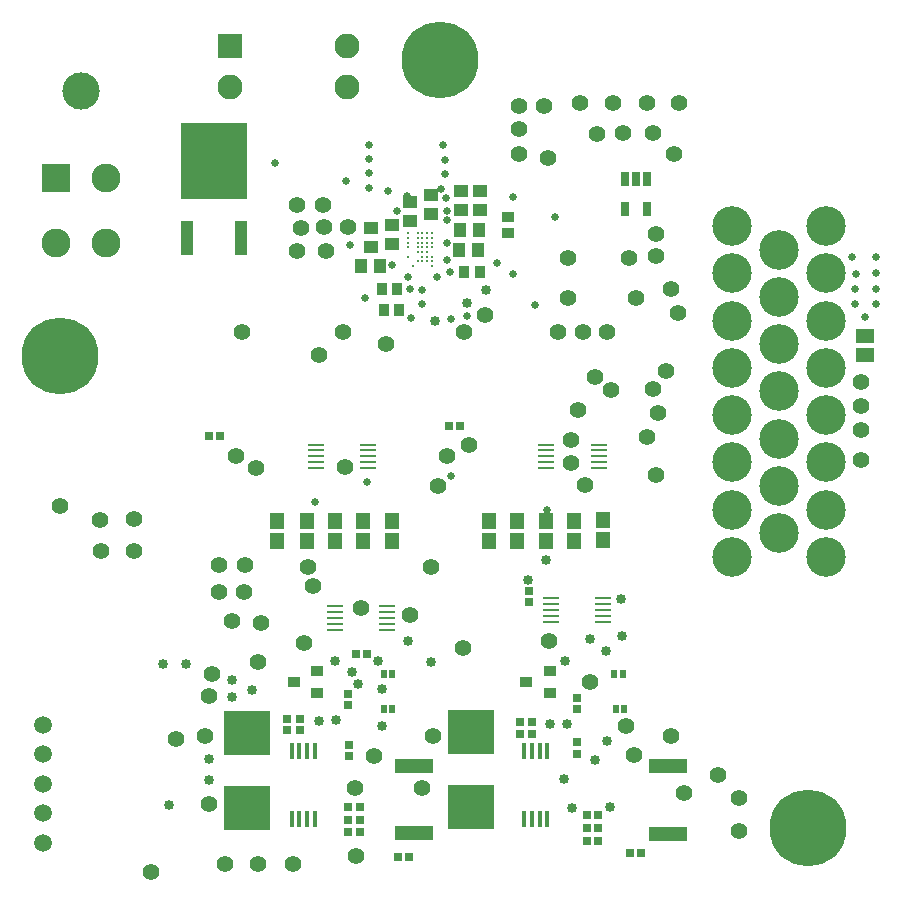
<source format=gbs>
G04*
G04 #@! TF.GenerationSoftware,Altium Limited,Altium Designer,20.2.6 (244)*
G04*
G04 Layer_Color=16711935*
%FSLAX43Y43*%
%MOMM*%
G71*
G04*
G04 #@! TF.SameCoordinates,AB413B8A-FF02-4A9D-ADD2-1BA9649D16F0*
G04*
G04*
G04 #@! TF.FilePolarity,Negative*
G04*
G01*
G75*
%ADD24R,0.350X1.400*%
%ADD37R,1.328X0.279*%
%ADD42R,3.208X1.155*%
%ADD46R,0.650X0.700*%
%ADD47R,1.050X1.150*%
%ADD48R,1.150X1.050*%
%ADD49C,0.650*%
%ADD50R,1.000X0.850*%
%ADD54R,3.900X3.850*%
%ADD55R,0.700X0.650*%
%ADD56R,0.750X0.750*%
%ADD57R,0.730X0.730*%
%ADD59R,1.050X0.950*%
%ADD60R,0.500X0.750*%
%ADD61R,0.850X1.000*%
%ADD63R,1.250X1.400*%
%ADD66C,2.108*%
%ADD67R,2.108X2.108*%
%ADD68R,2.452X2.452*%
%ADD69C,2.452*%
%ADD70C,3.152*%
%ADD71C,3.350*%
%ADD72C,0.150*%
%ADD73C,6.508*%
%ADD74C,1.499*%
%ADD75C,0.850*%
%ADD76C,1.420*%
%ADD77C,0.200*%
%ADD97R,1.100X2.900*%
%ADD98R,5.700X6.550*%
%ADD99R,0.750X1.250*%
%ADD100R,0.750X0.750*%
%ADD101R,1.500X1.300*%
D24*
X26675Y11375D02*
D03*
X26025D02*
D03*
X25375D02*
D03*
X24725D02*
D03*
Y5625D02*
D03*
X25375D02*
D03*
X26025D02*
D03*
X26675D02*
D03*
X46375Y11373D02*
D03*
X45725D02*
D03*
X45075D02*
D03*
X44425D02*
D03*
Y5623D02*
D03*
X45075D02*
D03*
X45725D02*
D03*
X46375D02*
D03*
D37*
X46687Y24301D02*
D03*
Y23800D02*
D03*
Y23300D02*
D03*
Y22800D02*
D03*
Y22299D02*
D03*
X51113D02*
D03*
Y22800D02*
D03*
Y23300D02*
D03*
Y23800D02*
D03*
Y24301D02*
D03*
X28387Y23601D02*
D03*
Y23100D02*
D03*
Y22600D02*
D03*
Y22100D02*
D03*
Y21599D02*
D03*
X32813D02*
D03*
Y22100D02*
D03*
Y22600D02*
D03*
Y23100D02*
D03*
Y23601D02*
D03*
X50713Y35299D02*
D03*
Y35800D02*
D03*
Y36300D02*
D03*
Y36800D02*
D03*
Y37301D02*
D03*
X46287D02*
D03*
Y36800D02*
D03*
Y36300D02*
D03*
Y35800D02*
D03*
Y35299D02*
D03*
X31213D02*
D03*
Y35800D02*
D03*
Y36300D02*
D03*
Y36800D02*
D03*
Y37301D02*
D03*
X26787D02*
D03*
Y36800D02*
D03*
Y36300D02*
D03*
Y35800D02*
D03*
Y35299D02*
D03*
D42*
X56600Y4349D02*
D03*
Y10051D02*
D03*
X35084Y10101D02*
D03*
Y4399D02*
D03*
D46*
X49725Y3748D02*
D03*
X50675D02*
D03*
X49725Y4800D02*
D03*
X50675D02*
D03*
Y5900D02*
D03*
X49725D02*
D03*
X29525Y4496D02*
D03*
X30475D02*
D03*
X29525Y5548D02*
D03*
X30475D02*
D03*
Y6600D02*
D03*
X29525D02*
D03*
D47*
X39000Y55448D02*
D03*
X40600D02*
D03*
X38900Y53796D02*
D03*
X40500D02*
D03*
X32200Y52402D02*
D03*
X30600D02*
D03*
D48*
X39046Y57200D02*
D03*
Y58800D02*
D03*
X40698Y57200D02*
D03*
Y58800D02*
D03*
X33200Y54300D02*
D03*
Y55900D02*
D03*
X34700Y56200D02*
D03*
Y57800D02*
D03*
X31400Y54004D02*
D03*
Y55604D02*
D03*
X36500Y56800D02*
D03*
Y58400D02*
D03*
D49*
X29300Y59600D02*
D03*
X43500Y58300D02*
D03*
X34482Y58373D02*
D03*
X37000Y51500D02*
D03*
X38100Y51900D02*
D03*
X37900Y52900D02*
D03*
X45300Y49100D02*
D03*
X37900Y56300D02*
D03*
X42100Y52700D02*
D03*
X37900Y54400D02*
D03*
X34600Y51500D02*
D03*
X34700Y50500D02*
D03*
X35800Y50400D02*
D03*
X33600Y57100D02*
D03*
X29700Y54200D02*
D03*
X32900Y58800D02*
D03*
X34800Y48000D02*
D03*
X35800Y49200D02*
D03*
X37800Y58200D02*
D03*
X31300Y59000D02*
D03*
X33200Y52500D02*
D03*
X23300Y61100D02*
D03*
X37900Y57100D02*
D03*
X26700Y32400D02*
D03*
X37403Y58925D02*
D03*
X31300Y62700D02*
D03*
X30900Y49700D02*
D03*
X31100Y34100D02*
D03*
X46300Y31800D02*
D03*
X73300Y48100D02*
D03*
X72400Y49200D02*
D03*
X74200D02*
D03*
Y50500D02*
D03*
X72200Y53200D02*
D03*
X74200D02*
D03*
Y51800D02*
D03*
X72400Y50500D02*
D03*
X72473Y51711D02*
D03*
X38200Y47900D02*
D03*
Y34600D02*
D03*
X47000Y56600D02*
D03*
X43500Y51700D02*
D03*
X31300Y60300D02*
D03*
Y61500D02*
D03*
X37700Y60200D02*
D03*
X37573Y62627D02*
D03*
X37700Y61400D02*
D03*
X39600Y48200D02*
D03*
D50*
X43000Y55250D02*
D03*
Y56550D02*
D03*
D54*
X20900Y6525D02*
D03*
Y12875D02*
D03*
X39900Y12975D02*
D03*
Y6625D02*
D03*
D55*
X25400Y14075D02*
D03*
Y13125D02*
D03*
X24300Y14075D02*
D03*
Y13125D02*
D03*
X48900Y11125D02*
D03*
Y12075D02*
D03*
X44048Y13775D02*
D03*
Y12825D02*
D03*
X45100Y13775D02*
D03*
Y12825D02*
D03*
X48900Y15875D02*
D03*
Y14925D02*
D03*
X29600Y11875D02*
D03*
Y10925D02*
D03*
X29500Y15225D02*
D03*
Y16175D02*
D03*
D56*
X44800Y24860D02*
D03*
Y23940D02*
D03*
D57*
X53340Y2700D02*
D03*
X54260D02*
D03*
X34660Y2400D02*
D03*
X33740D02*
D03*
X38040Y38900D02*
D03*
X38960D02*
D03*
X18660Y38000D02*
D03*
X17740D02*
D03*
D59*
X26900Y18150D02*
D03*
Y16250D02*
D03*
X24900Y17200D02*
D03*
X46600Y18150D02*
D03*
Y16250D02*
D03*
X44600Y17200D02*
D03*
D60*
X33250Y17900D02*
D03*
X32550D02*
D03*
X33234Y14900D02*
D03*
X32534D02*
D03*
X52750Y17900D02*
D03*
X52050D02*
D03*
X52850Y14900D02*
D03*
X52150D02*
D03*
D61*
X33650Y50500D02*
D03*
X32350D02*
D03*
X39350Y51900D02*
D03*
X40650D02*
D03*
X33850Y48700D02*
D03*
X32550D02*
D03*
D63*
X46237Y30850D02*
D03*
Y29150D02*
D03*
X41396D02*
D03*
Y30850D02*
D03*
X43800Y29150D02*
D03*
Y30850D02*
D03*
X48641Y29150D02*
D03*
Y30850D02*
D03*
X51046Y29200D02*
D03*
Y30900D02*
D03*
X25996Y30850D02*
D03*
Y29150D02*
D03*
X23500D02*
D03*
Y30850D02*
D03*
X33209D02*
D03*
Y29150D02*
D03*
X28400Y30850D02*
D03*
Y29150D02*
D03*
X30804Y30850D02*
D03*
Y29150D02*
D03*
D66*
X29406Y71004D02*
D03*
Y67600D02*
D03*
X19500D02*
D03*
D67*
Y71004D02*
D03*
D68*
X4800Y59900D02*
D03*
D69*
X9000D02*
D03*
X4800Y54400D02*
D03*
X9000D02*
D03*
D70*
X6900Y67200D02*
D03*
D71*
X62000Y27800D02*
D03*
Y31800D02*
D03*
Y35800D02*
D03*
Y39800D02*
D03*
Y43800D02*
D03*
X66000Y29800D02*
D03*
Y33800D02*
D03*
Y37800D02*
D03*
Y41800D02*
D03*
X70000Y27800D02*
D03*
Y31800D02*
D03*
Y35800D02*
D03*
Y39800D02*
D03*
Y43800D02*
D03*
Y55800D02*
D03*
Y51800D02*
D03*
Y47800D02*
D03*
X66000Y53800D02*
D03*
Y49800D02*
D03*
Y45800D02*
D03*
X62000Y55800D02*
D03*
Y51800D02*
D03*
Y47800D02*
D03*
D72*
X66500Y21300D02*
D03*
Y62300D02*
D03*
D73*
X37300Y69900D02*
D03*
X68400Y4800D02*
D03*
X5100Y44800D02*
D03*
D74*
X3700Y13576D02*
D03*
Y11076D02*
D03*
Y8576D02*
D03*
Y6076D02*
D03*
Y3576D02*
D03*
D75*
X48500Y6500D02*
D03*
X51700Y6600D02*
D03*
X47800Y9000D02*
D03*
X28500Y14000D02*
D03*
X27000Y13900D02*
D03*
X32000Y19000D02*
D03*
X34600Y20700D02*
D03*
X30300Y17000D02*
D03*
X50000Y20800D02*
D03*
X52700Y21100D02*
D03*
X29850Y18050D02*
D03*
X44700Y25800D02*
D03*
X19700Y17400D02*
D03*
X21400Y16500D02*
D03*
X19700Y15900D02*
D03*
X17700Y8900D02*
D03*
Y10700D02*
D03*
X14300Y6800D02*
D03*
X15800Y18700D02*
D03*
X13800D02*
D03*
X32400Y16600D02*
D03*
X36900Y47800D02*
D03*
X41200Y50400D02*
D03*
X39600Y49300D02*
D03*
X36500Y18900D02*
D03*
X32400Y13500D02*
D03*
X48000Y13600D02*
D03*
X46600D02*
D03*
X46237Y27500D02*
D03*
X51300Y19800D02*
D03*
X52600Y24200D02*
D03*
X47900Y19000D02*
D03*
X50400Y10600D02*
D03*
X51400Y12200D02*
D03*
X28400Y19000D02*
D03*
D76*
X30200Y2500D02*
D03*
X30100Y8200D02*
D03*
X32700Y45800D02*
D03*
X20500Y46800D02*
D03*
X29100D02*
D03*
X27000Y44900D02*
D03*
X47300Y46800D02*
D03*
X49400D02*
D03*
X51400D02*
D03*
X25500Y55600D02*
D03*
X27500Y55700D02*
D03*
X25200Y57600D02*
D03*
X27400D02*
D03*
X27600Y53700D02*
D03*
X25200D02*
D03*
X57469Y48468D02*
D03*
X56400Y43500D02*
D03*
X55300Y42000D02*
D03*
X51800Y41900D02*
D03*
X34736Y22836D02*
D03*
X12800Y1100D02*
D03*
X24800Y1800D02*
D03*
X21900D02*
D03*
X62600Y4600D02*
D03*
X60800Y9300D02*
D03*
X62600Y7400D02*
D03*
X53700Y11000D02*
D03*
X17700Y6900D02*
D03*
X17400Y12600D02*
D03*
X17700Y16000D02*
D03*
X5100Y32100D02*
D03*
X8500Y30900D02*
D03*
X11400Y31000D02*
D03*
Y28300D02*
D03*
X20800Y27100D02*
D03*
X18600D02*
D03*
Y24800D02*
D03*
X20700D02*
D03*
X56800Y12600D02*
D03*
X35800Y8200D02*
D03*
X31700Y10900D02*
D03*
X26100Y26900D02*
D03*
X39700Y37300D02*
D03*
X37900Y36300D02*
D03*
X49000Y40200D02*
D03*
X21700Y35300D02*
D03*
X48100Y49700D02*
D03*
Y53100D02*
D03*
X41100Y48300D02*
D03*
X39300Y46800D02*
D03*
X50400Y43000D02*
D03*
X72900Y36000D02*
D03*
Y38500D02*
D03*
Y40600D02*
D03*
Y42600D02*
D03*
X46400Y61600D02*
D03*
X44000Y61900D02*
D03*
Y64000D02*
D03*
Y66000D02*
D03*
X46100Y66000D02*
D03*
X53900Y49700D02*
D03*
X53300Y53100D02*
D03*
X20000Y36300D02*
D03*
X29200Y35400D02*
D03*
X48400Y37700D02*
D03*
X29500Y55700D02*
D03*
X57100Y61900D02*
D03*
X57500Y66200D02*
D03*
X54800D02*
D03*
X51900D02*
D03*
X49100D02*
D03*
X52800Y63700D02*
D03*
X55300D02*
D03*
X50600Y63600D02*
D03*
X56800Y50500D02*
D03*
X55600Y53300D02*
D03*
X37100Y33800D02*
D03*
X48400Y35700D02*
D03*
X49600Y33900D02*
D03*
X50000Y17200D02*
D03*
X36700Y12600D02*
D03*
X26500Y25300D02*
D03*
X19100Y1800D02*
D03*
X53000Y13500D02*
D03*
X30600Y23500D02*
D03*
X22100Y22200D02*
D03*
X14900Y12400D02*
D03*
X57900Y7800D02*
D03*
X18000Y17900D02*
D03*
X46500Y20700D02*
D03*
X21900Y18900D02*
D03*
X25800Y20500D02*
D03*
X39200Y20100D02*
D03*
X8550Y28250D02*
D03*
X36500Y26900D02*
D03*
X19700Y22400D02*
D03*
X55700Y40000D02*
D03*
X55600Y34700D02*
D03*
X54800Y37900D02*
D03*
X55600Y55100D02*
D03*
D77*
X35800Y55200D02*
D03*
X36600Y55200D02*
D03*
X36200Y54800D02*
D03*
X36600D02*
D03*
Y54400D02*
D03*
Y53200D02*
D03*
Y54000D02*
D03*
X35800Y54400D02*
D03*
X36200Y53600D02*
D03*
Y52800D02*
D03*
X36600Y52400D02*
D03*
Y52800D02*
D03*
X36200Y54000D02*
D03*
X35400Y52800D02*
D03*
X35000Y52400D02*
D03*
X35800Y53200D02*
D03*
X34600Y54000D02*
D03*
X35800Y52800D02*
D03*
X34600Y53200D02*
D03*
X36200Y55200D02*
D03*
X35800Y54800D02*
D03*
X34600Y54400D02*
D03*
X35800Y54000D02*
D03*
X34600Y55200D02*
D03*
Y54800D02*
D03*
X35400Y54400D02*
D03*
Y54800D02*
D03*
Y55200D02*
D03*
X36200Y53200D02*
D03*
X35800Y53600D02*
D03*
X35400Y54000D02*
D03*
Y53600D02*
D03*
X36200Y54400D02*
D03*
D97*
X20400Y54800D02*
D03*
X15820D02*
D03*
D98*
X18110Y61350D02*
D03*
D99*
X52950Y59775D02*
D03*
X53900D02*
D03*
X54850D02*
D03*
Y57225D02*
D03*
X52950D02*
D03*
D100*
X31060Y19600D02*
D03*
X30140D02*
D03*
D101*
X73300Y46525D02*
D03*
Y44875D02*
D03*
M02*

</source>
